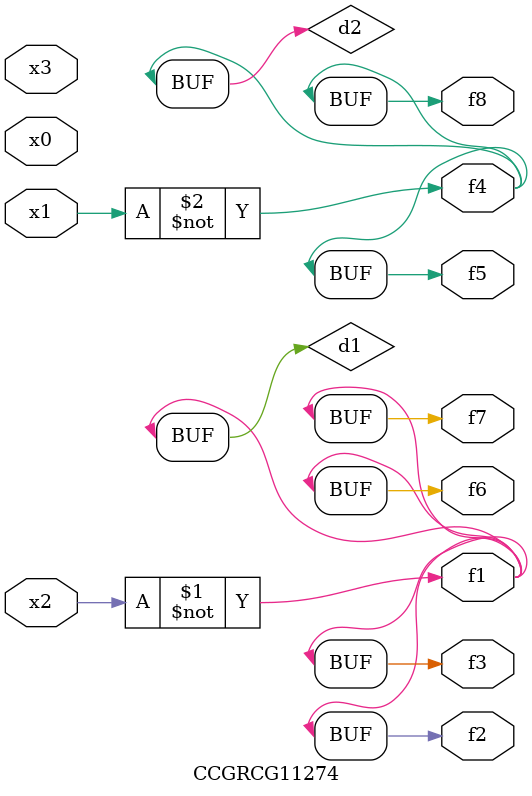
<source format=v>
module CCGRCG11274(
	input x0, x1, x2, x3,
	output f1, f2, f3, f4, f5, f6, f7, f8
);

	wire d1, d2;

	xnor (d1, x2);
	not (d2, x1);
	assign f1 = d1;
	assign f2 = d1;
	assign f3 = d1;
	assign f4 = d2;
	assign f5 = d2;
	assign f6 = d1;
	assign f7 = d1;
	assign f8 = d2;
endmodule

</source>
